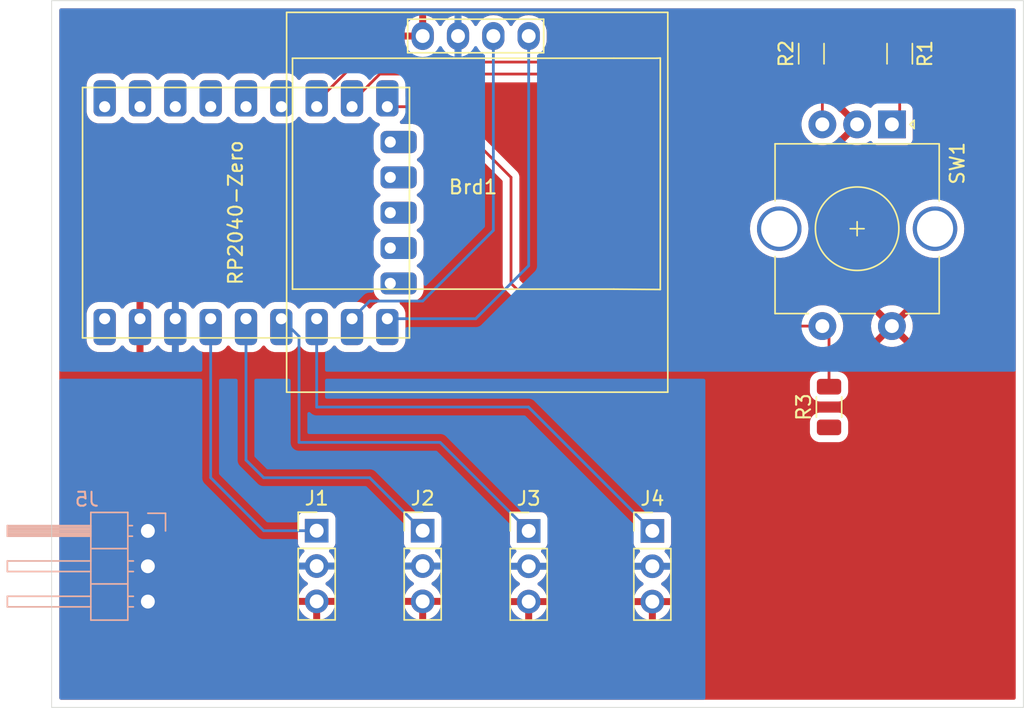
<source format=kicad_pcb>
(kicad_pcb (version 20221018) (generator pcbnew)
  (layers (0 "F.Cu" signal) (31 "B.Cu" signal) (34 "B.Paste" user) (35 "F.Paste" user) (36 "B.SilkS" user "B.Silkscreen") (37 "F.SilkS" user "F.Silkscreen") (38 "B.Mask" user) (39 "F.Mask" user) (44 "Edge.Cuts" user))
  (net 0 "")
  (net 1 "GNDD")
  (net 2 "VCC")
  (net 3 "SCL")
  (net 4 "SDA")
  (net 5 "Servo1")
  (net 6 "+5V")
  (net 7 "Servo2")
  (net 8 "Servo3")
  (net 9 "Servo4")
  (net 10 "S1")
  (net 11 "S2")
  (net 12 "Key")
  (footprint "Resistor_SMD:R_1206_3216Metric" (layer "F.Cu") (at 162.56 87.63 90)
    (fp_text reference "R3" (at 0 -1.82 90) (layer "F.SilkS"))
    (fp_text value "R")
    (fp_line (start -0.727064 -0.91) (end 0.727064 -0.91) (stroke (width 0.12)) (layer "F.SilkS"))
    (fp_line (start -0.727064 0.91) (end 0.727064 0.91) (stroke (width 0.12)) (layer "F.SilkS"))
    (pad "1" smd roundrect (at -1.4625 0 90) (size 1.125 1.75) (layers "F.Cu" "F.Paste" "F.Mask") (roundrect_rratio 0.222222) (net 2 "VCC"))
    (pad "2" smd roundrect (at 1.4625 0 90) (size 1.125 1.75) (layers "F.Cu" "F.Paste" "F.Mask") (roundrect_rratio 0.222222) (net 12 "Key"))
  )
  (footprint "Connector_PinHeader_2.54mm:PinHeader_1x03_P2.54mm_Vertical" (layer "F.Cu") (at 149.86 96.535)
    (fp_text reference "J4" (at 0 -2.33) (layer "F.SilkS"))
    (fp_text value "Conn_01x03_Pin")
    (fp_line (start -1.33 -1.33) (end 0 -1.33) (stroke (width 0.12)) (layer "F.SilkS"))
    (fp_line (start -1.33 0) (end -1.33 -1.33) (stroke (width 0.12)) (layer "F.SilkS"))
    (fp_line (start -1.33 1.27) (end -1.33 6.41) (stroke (width 0.12)) (layer "F.SilkS"))
    (fp_line (start -1.33 1.27) (end 1.33 1.27) (stroke (width 0.12)) (layer "F.SilkS"))
    (fp_line (start -1.33 6.41) (end 1.33 6.41) (stroke (width 0.12)) (layer "F.SilkS"))
    (fp_line (start 1.33 1.27) (end 1.33 6.41) (stroke (width 0.12)) (layer "F.SilkS"))
    (pad "1" thru_hole rect (at 0 0) (size 1.7 1.7) (drill 1) (layers "*.Cu" "*.Mask") (net 9 "Servo4"))
    (pad "2" thru_hole oval (at 0 2.54) (size 1.7 1.7) (drill 1) (layers "*.Cu" "*.Mask") (net 6 "+5V"))
    (pad "3" thru_hole oval (at 0 5.08) (size 1.7 1.7) (drill 1) (layers "*.Cu" "*.Mask") (net 1 "GNDD"))
  )
  (footprint "Connector_PinHeader_2.54mm:PinHeader_1x03_P2.54mm_Vertical" (layer "F.Cu") (at 125.73 96.52)
    (fp_text reference "J1" (at 0 -2.33) (layer "F.SilkS"))
    (fp_text value "Conn_01x03_Pin")
    (fp_line (start -1.33 -1.33) (end 0 -1.33) (stroke (width 0.12)) (layer "F.SilkS"))
    (fp_line (start -1.33 0) (end -1.33 -1.33) (stroke (width 0.12)) (layer "F.SilkS"))
    (fp_line (start -1.33 1.27) (end -1.33 6.41) (stroke (width 0.12)) (layer "F.SilkS"))
    (fp_line (start -1.33 1.27) (end 1.33 1.27) (stroke (width 0.12)) (layer "F.SilkS"))
    (fp_line (start -1.33 6.41) (end 1.33 6.41) (stroke (width 0.12)) (layer "F.SilkS"))
    (fp_line (start 1.33 1.27) (end 1.33 6.41) (stroke (width 0.12)) (layer "F.SilkS"))
    (pad "1" thru_hole rect (at 0 0) (size 1.7 1.7) (drill 1) (layers "*.Cu" "*.Mask") (net 5 "Servo1"))
    (pad "2" thru_hole oval (at 0 2.54) (size 1.7 1.7) (drill 1) (layers "*.Cu" "*.Mask") (net 6 "+5V"))
    (pad "3" thru_hole oval (at 0 5.08) (size 1.7 1.7) (drill 1) (layers "*.Cu" "*.Mask") (net 1 "GNDD"))
  )
  (footprint "SSD1306_Library:128x64OLED" (layer "F.Cu") (at 136.97 71.56)
    (fp_text reference "Brd1" (at 0 0.254) (layer "F.SilkS"))
    (fp_text value "SSD1306")
    (fp_line (start -13.4 -12.3) (end 14 -12.3) (stroke (width 0.12)) (layer "F.SilkS"))
    (fp_line (start -13.4 15) (end -13.4 -12.3) (stroke (width 0.12)) (layer "F.SilkS"))
    (fp_line (start -12.978 -9.005) (end 10.122 -9.005) (stroke (width 0.12)) (layer "F.SilkS"))
    (fp_line (start -12.978 7.595) (end -12.978 -9.005) (stroke (width 0.12)) (layer "F.SilkS"))
    (fp_line (start -4.699 -11.811) (end -4.699 -9.398) (stroke (width 0.12)) (layer "F.SilkS"))
    (fp_line (start -4.699 -11.811) (end 5.08 -11.811) (stroke (width 0.12)) (layer "F.SilkS"))
    (fp_line (start 5.08 -11.811) (end 5.08 -9.398) (stroke (width 0.12)) (layer "F.SilkS"))
    (fp_line (start 5.08 -9.398) (end -4.699 -9.398) (stroke (width 0.12)) (layer "F.SilkS"))
    (fp_line (start 10.122 -9.005) (end 13.208 -9.005) (stroke (width 0.12)) (layer "F.SilkS"))
    (fp_line (start 10.122 7.595) (end -12.978 7.595) (stroke (width 0.12)) (layer "F.SilkS"))
    (fp_line (start 10.122 7.595) (end 13.462 7.62) (stroke (width 0.12)) (layer "F.SilkS"))
    (fp_line (start 13.462 -9.017) (end 13.208 -9.005) (stroke (width 0.12)) (layer "F.SilkS"))
    (fp_line (start 13.462 7.62) (end 13.462 -9.017) (stroke (width 0.12)) (layer "F.SilkS"))
    (fp_line (start 14 -12.3) (end 14 15) (stroke (width 0.12)) (layer "F.SilkS"))
    (fp_line (start 14 15) (end -13.4 15) (stroke (width 0.12)) (layer "F.SilkS"))
    (pad "1" thru_hole oval (at -3.62 -10.6 90) (size 2 1.6) (drill 1) (layers "*.Cu" "*.Mask") (net 1 "GNDD"))
    (pad "2" thru_hole oval (at -1.08 -10.6 90) (size 2 1.6) (drill 1) (layers "*.Cu" "*.Mask") (net 2 "VCC"))
    (pad "3" thru_hole oval (at 1.46 -10.6 90) (size 2 1.6) (drill 1) (layers "*.Cu" "*.Mask") (net 3 "SCL"))
    (pad "4" thru_hole oval (at 4 -10.6 90) (size 2 1.6) (drill 1) (layers "*.Cu" "*.Mask") (net 4 "SDA"))
  )
  (footprint "Connector_PinHeader_2.54mm:PinHeader_1x03_P2.54mm_Vertical" (layer "F.Cu") (at 140.97 96.535)
    (fp_text reference "J3" (at 0 -2.33) (layer "F.SilkS"))
    (fp_text value "Conn_01x03_Pin")
    (fp_line (start -1.33 -1.33) (end 0 -1.33) (stroke (width 0.12)) (layer "F.SilkS"))
    (fp_line (start -1.33 0) (end -1.33 -1.33) (stroke (width 0.12)) (layer "F.SilkS"))
    (fp_line (start -1.33 1.27) (end -1.33 6.41) (stroke (width 0.12)) (layer "F.SilkS"))
    (fp_line (start -1.33 1.27) (end 1.33 1.27) (stroke (width 0.12)) (layer "F.SilkS"))
    (fp_line (start -1.33 6.41) (end 1.33 6.41) (stroke (width 0.12)) (layer "F.SilkS"))
    (fp_line (start 1.33 1.27) (end 1.33 6.41) (stroke (width 0.12)) (layer "F.SilkS"))
    (pad "1" thru_hole rect (at 0 0) (size 1.7 1.7) (drill 1) (layers "*.Cu" "*.Mask") (net 8 "Servo3"))
    (pad "2" thru_hole oval (at 0 2.54) (size 1.7 1.7) (drill 1) (layers "*.Cu" "*.Mask") (net 6 "+5V"))
    (pad "3" thru_hole oval (at 0 5.08) (size 1.7 1.7) (drill 1) (layers "*.Cu" "*.Mask") (net 1 "GNDD"))
  )
  (footprint "Resistor_SMD:R_1206_3216Metric" (layer "F.Cu") (at 161.29 62.23 90)
    (fp_text reference "R2" (at 0 -1.82 90) (layer "F.SilkS"))
    (fp_text value "R")
    (fp_line (start -0.727064 -0.91) (end 0.727064 -0.91) (stroke (width 0.12)) (layer "F.SilkS"))
    (fp_line (start -0.727064 0.91) (end 0.727064 0.91) (stroke (width 0.12)) (layer "F.SilkS"))
    (pad "1" smd roundrect (at -1.4625 0 90) (size 1.125 1.75) (layers "F.Cu" "F.Paste" "F.Mask") (roundrect_rratio 0.222222) (net 11 "S2"))
    (pad "2" smd roundrect (at 1.4625 0 90) (size 1.125 1.75) (layers "F.Cu" "F.Paste" "F.Mask") (roundrect_rratio 0.222222) (net 2 "VCC"))
  )
  (footprint "Connector_PinHeader_2.54mm:PinHeader_1x03_P2.54mm_Vertical" (layer "F.Cu") (at 133.35 96.52)
    (fp_text reference "J2" (at 0 -2.33) (layer "F.SilkS"))
    (fp_text value "Conn_01x03_Pin")
    (fp_line (start -1.33 -1.33) (end 0 -1.33) (stroke (width 0.12)) (layer "F.SilkS"))
    (fp_line (start -1.33 0) (end -1.33 -1.33) (stroke (width 0.12)) (layer "F.SilkS"))
    (fp_line (start -1.33 1.27) (end -1.33 6.41) (stroke (width 0.12)) (layer "F.SilkS"))
    (fp_line (start -1.33 1.27) (end 1.33 1.27) (stroke (width 0.12)) (layer "F.SilkS"))
    (fp_line (start -1.33 6.41) (end 1.33 6.41) (stroke (width 0.12)) (layer "F.SilkS"))
    (fp_line (start 1.33 1.27) (end 1.33 6.41) (stroke (width 0.12)) (layer "F.SilkS"))
    (pad "1" thru_hole rect (at 0 0) (size 1.7 1.7) (drill 1) (layers "*.Cu" "*.Mask") (net 7 "Servo2"))
    (pad "2" thru_hole oval (at 0 2.54) (size 1.7 1.7) (drill 1) (layers "*.Cu" "*.Mask") (net 6 "+5V"))
    (pad "3" thru_hole oval (at 0 5.08) (size 1.7 1.7) (drill 1) (layers "*.Cu" "*.Mask") (net 1 "GNDD"))
  )
  (footprint "RP2040Library:RP2040-Zero" (layer "F.Cu") (at 133.35 83.82 90)
    (fp_text reference "RZ2")
    (fp_text value "RP2040-Zero" (at 10.16 -13.45 90 unlocked) (layer "F.SilkS"))
    (fp_line (start 1.16 -24.45) (end 1.16 -0.95) (stroke (width 0.12)) (layer "F.SilkS"))
    (fp_line (start 1.16 -0.95) (end 19.16 -0.95) (stroke (width 0.12)) (layer "F.SilkS"))
    (fp_line (start 19.16 -24.45) (end 1.16 -24.45) (stroke (width 0.12)) (layer "F.SilkS"))
    (fp_line (start 19.16 -0.95) (end 19.16 -24.45) (stroke (width 0.12)) (layer "F.SilkS"))
    (pad "1" thru_hole roundrect (at 17.78 -22.86 90) (size 2.6 1.6) (drill 0.8 (offset 0.6 0)) (layers "*.Cu" "*.Mask"))
    (pad "2" thru_hole roundrect (at 17.78 -20.32 90) (size 2.6 1.6) (drill 0.8 (offset 0.6 0)) (layers "*.Cu" "*.Mask"))
    (pad "3" thru_hole roundrect (at 17.78 -17.78 90) (size 2.6 1.6) (drill 0.8 (offset 0.6 0)) (layers "*.Cu" "*.Mask"))
    (pad "4" thru_hole roundrect (at 17.78 -15.24 90) (size 2.6 1.6) (drill 0.8 (offset 0.6 0)) (layers "*.Cu" "*.Mask"))
    (pad "5" thru_hole roundrect (at 17.78 -12.7 90) (size 2.6 1.6) (drill 0.8 (offset 0.6 0)) (layers "*.Cu" "*.Mask"))
    (pad "6" thru_hole roundrect (at 17.78 -10.16 90) (size 2.6 1.6002) (drill 0.8 (offset 0.6 0)) (layers "*.Cu" "*.Mask"))
    (pad "7" thru_hole roundrect (at 17.78 -7.62 90) (size 2.6 1.6002) (drill 0.8 (offset 0.6 0)) (layers "*.Cu" "*.Mask") (net 10 "S1"))
    (pad "8" thru_hole roundrect (at 17.78 -5.08 90) (size 2.6 1.6002) (drill 0.8 (offset 0.6 0)) (layers "*.Cu" "*.Mask") (net 11 "S2"))
    (pad "9" thru_hole roundrect (at 17.78 -2.54 90) (size 2.6 1.6002) (drill 0.8 (offset 0.6 0)) (layers "*.Cu" "*.Mask") (net 12 "Key"))
    (pad "10" thru_hole roundrect (at 15.24 -2.33 90) (size 1.6 2.6) (drill 0.8 (offset 0 0.6)) (layers "*.Cu" "*.Mask"))
    (pad "11" thru_hole roundrect (at 12.7 -2.33 90) (size 1.5748 2.6) (drill 0.8 (offset 0 0.6)) (layers "*.Cu" "*.Mask"))
    (pad "12" thru_hole roundrect (at 10.16 -2.33 90) (size 1.5748 2.6) (drill 0.8 (offset 0 0.6)) (layers "*.Cu" "*.Mask"))
    (pad "13" thru_hole roundrect (at 7.62 -2.33 90) (size 1.5748 2.6) (drill 0.8 (offset 0 0.6)) (layers "*.Cu" "*.Mask"))
    (pad "14" thru_hole roundrect (at 5.08 -2.33 90) (size 1.5748 2.6) (drill 0.8 (offset 0 0.6)) (layers "*.Cu" "*.Mask"))
    (pad "15" thru_hole roundrect (at 2.54 -2.54 90) (size 2.6 1.6002) (drill 0.8 (offset -0.6 0)) (layers "*.Cu" "*.Mask") (net 4 "SDA"))
    (pad "16" thru_hole roundrect (at 2.54 -5.08 90) (size 2.6 1.6002) (drill 0.8 (offset -0.6 0)) (layers "*.Cu" "*.Mask") (net 3 "SCL"))
    (pad "17" thru_hole roundrect (at 2.54 -7.62 90) (size 2.6 1.6002) (drill 0.8 (offset -0.6 0)) (layers "*.Cu" "*.Mask") (net 9 "Servo4"))
    (pad "18" thru_hole roundrect (at 2.54 -10.16 90) (size 2.6 1.6002) (drill 0.8 (offset -0.6 0)) (layers "*.Cu" "*.Mask") (net 8 "Servo3"))
    (pad "19" thru_hole roundrect (at 2.54 -12.7 90) (size 2.6 1.6002) (drill 0.8 (offset -0.6 0)) (layers "*.Cu" "*.Mask") (net 7 "Servo2"))
    (pad "20" thru_hole roundrect (at 2.54 -15.24 90) (size 2.6 1.6002) (drill 0.8 (offset -0.6 0)) (layers "*.Cu" "*.Mask") (net 5 "Servo1"))
    (pad "21" thru_hole roundrect (at 2.54 -17.78 90) (size 2.6 1.6002) (drill 0.8 (offset -0.6 0)) (layers "*.Cu" "*.Mask") (net 2 "VCC"))
    (pad "22" thru_hole roundrect (at 2.54 -20.32 90) (size 2.6 1.6002) (drill 0.8 (offset -0.6 0)) (layers "*.Cu" "*.Mask") (net 1 "GNDD"))
    (pad "23" thru_hole roundrect (at 2.54 -22.86 90) (size 2.6 1.6002) (drill 0.8 (offset -0.6 0)) (layers "*.Cu" "*.Mask") (net 6 "+5V"))
  )
  (footprint "Rotary_Encoder:RotaryEncoder_Alps_EC11E-Switch_Vertical_H20mm_CircularMountingHoles" (layer "F.Cu") (at 167.08 67.31 -90)
    (fp_text reference "SW1" (at 2.8 -4.7 90) (layer "F.SilkS"))
    (fp_text value "RotaryEncoder_Switch")
    (fp_line (start -0.3 -1.6) (end 0.3 -1.6) (stroke (width 0.12)) (layer "F.SilkS"))
    (fp_line (start 0 -1.3) (end -0.3 -1.6) (stroke (width 0.12)) (layer "F.SilkS"))
    (fp_line (start 0.3 -1.6) (end 0 -1.3) (stroke (width 0.12)) (layer "F.SilkS"))
    (fp_line (start 1.4 -3.4) (end 1.4 8.4) (stroke (width 0.12)) (layer "F.SilkS"))
    (fp_line (start 5.5 -3.4) (end 1.4 -3.4) (stroke (width 0.12)) (layer "F.SilkS"))
    (fp_line (start 5.5 8.4) (end 1.4 8.4) (stroke (width 0.12)) (layer "F.SilkS"))
    (fp_line (start 7 2.5) (end 8 2.5) (stroke (width 0.12)) (layer "F.SilkS"))
    (fp_line (start 7.5 2) (end 7.5 3) (stroke (width 0.12)) (layer "F.SilkS"))
    (fp_line (start 9.5 -3.4) (end 13.6 -3.4) (stroke (width 0.12)) (layer "F.SilkS"))
    (fp_line (start 13.6 -3.4) (end 13.6 -1) (stroke (width 0.12)) (layer "F.SilkS"))
    (fp_line (start 13.6 1.2) (end 13.6 3.8) (stroke (width 0.12)) (layer "F.SilkS"))
    (fp_line (start 13.6 6) (end 13.6 8.4) (stroke (width 0.12)) (layer "F.SilkS"))
    (fp_line (start 13.6 8.4) (end 9.5 8.4) (stroke (width 0.12)) (layer "F.SilkS"))
    (fp_circle (center 7.5 2.5) (end 10.5 2.5) (stroke (width 0.12)) (fill none) (layer "F.SilkS"))
    (pad "A" thru_hole rect (at 0 0 270) (size 2 2) (drill 1) (layers "*.Cu" "*.Mask") (net 10 "S1"))
    (pad "B" thru_hole circle (at 0 5 270) (size 2 2) (drill 1) (layers "*.Cu" "*.Mask") (net 11 "S2"))
    (pad "C" thru_hole circle (at 0 2.5 270) (size 2 2) (drill 1) (layers "*.Cu" "*.Mask") (net 1 "GNDD"))
    (pad "MP" thru_hole circle (at 7.5 -3.1 270) (size 3.2 3.2) (drill 2.6) (layers "*.Cu" "*.Mask"))
    (pad "MP" thru_hole circle (at 7.5 8.1 270) (size 3.2 3.2) (drill 2.6) (layers "*.Cu" "*.Mask"))
    (pad "S1" thru_hole circle (at 14.5 5 270) (size 2 2) (drill 1) (layers "*.Cu" "*.Mask") (net 12 "Key"))
    (pad "S2" thru_hole circle (at 14.5 0 270) (size 2 2) (drill 1) (layers "*.Cu" "*.Mask") (net 1 "GNDD"))
  )
  (footprint "Resistor_SMD:R_1206_3216Metric" (layer "F.Cu") (at 167.64 62.23 -90)
    (fp_text reference "R1" (at 0 -1.82 90) (layer "F.SilkS"))
    (fp_text value "R")
    (fp_line (start -0.727064 -0.91) (end 0.727064 -0.91) (stroke (width 0.12)) (layer "F.SilkS"))
    (fp_line (start -0.727064 0.91) (end 0.727064 0.91) (stroke (width 0.12)) (layer "F.SilkS"))
    (pad "1" smd roundrect (at -1.4625 0 270) (size 1.125 1.75) (layers "F.Cu" "F.Paste" "F.Mask") (roundrect_rratio 0.222222) (net 2 "VCC"))
    (pad "2" smd roundrect (at 1.4625 0 270) (size 1.125 1.75) (layers "F.Cu" "F.Paste" "F.Mask") (roundrect_rratio 0.222222) (net 10 "S1"))
  )
  (footprint "Connector_PinHeader_2.54mm:PinHeader_1x03_P2.54mm_Horizontal" (layer "B.Cu") (at 113.595 96.535 180)
    (fp_text reference "J5" (at 4.385 2.27) (layer "B.SilkS") (effects (justify mirror)))
    (fp_text value "Conn_01x03_Pin")
    (fp_line (start -1.27 0) (end -1.27 1.27) (stroke (width 0.12)) (layer "B.SilkS"))
    (fp_line (start -1.27 1.27) (end 0 1.27) (stroke (width 0.12)) (layer "B.SilkS"))
    (fp_line (start 1.042929 -5.46) (end 1.44 -5.46) (stroke (width 0.12)) (layer "B.SilkS"))
    (fp_line (start 1.042929 -4.7) (end 1.44 -4.7) (stroke (width 0.12)) (layer "B.SilkS"))
    (fp_line (start 1.042929 -2.92) (end 1.44 -2.92) (stroke (width 0.12)) (layer "B.SilkS"))
    (fp_line (start 1.042929 -2.16) (end 1.44 -2.16) (stroke (width 0.12)) (layer "B.SilkS"))
    (fp_line (start 1.11 -0.38) (end 1.44 -0.38) (stroke (width 0.12)) (layer "B.SilkS"))
    (fp_line (start 1.11 0.38) (end 1.44 0.38) (stroke (width 0.12)) (layer "B.SilkS"))
    (fp_line (start 1.44 -6.41) (end 4.1 -6.41) (stroke (width 0.12)) (layer "B.SilkS"))
    (fp_line (start 1.44 -3.81) (end 4.1 -3.81) (stroke (width 0.12)) (layer "B.SilkS"))
    (fp_line (start 1.44 -1.27) (end 4.1 -1.27) (stroke (width 0.12)) (layer "B.SilkS"))
    (fp_line (start 1.44 1.33) (end 1.44 -6.41) (stroke (width 0.12)) (layer "B.SilkS"))
    (fp_line (start 4.1 -6.41) (end 4.1 1.33) (stroke (width 0.12)) (layer "B.SilkS"))
    (fp_line (start 4.1 -4.7) (end 10.1 -4.7) (stroke (width 0.12)) (layer "B.SilkS"))
    (fp_line (start 4.1 -2.16) (end 10.1 -2.16) (stroke (width 0.12)) (layer "B.SilkS"))
    (fp_line (start 4.1 -0.28) (end 10.1 -0.28) (stroke (width 0.12)) (layer "B.SilkS"))
    (fp_line (start 4.1 -0.16) (end 10.1 -0.16) (stroke (width 0.12)) (layer "B.SilkS"))
    (fp_line (start 4.1 -0.04) (end 10.1 -0.04) (stroke (width 0.12)) (layer "B.SilkS"))
    (fp_line (start 4.1 0.08) (end 10.1 0.08) (stroke (width 0.12)) (layer "B.SilkS"))
    (fp_line (start 4.1 0.2) (end 10.1 0.2) (stroke (width 0.12)) (layer "B.SilkS"))
    (fp_line (start 4.1 0.32) (end 10.1 0.32) (stroke (width 0.12)) (layer "B.SilkS"))
    (fp_line (start 4.1 0.38) (end 10.1 0.38) (stroke (width 0.12)) (layer "B.SilkS"))
    (fp_line (start 4.1 1.33) (end 1.44 1.33) (stroke (width 0.12)) (layer "B.SilkS"))
    (fp_line (start 10.1 -5.46) (end 4.1 -5.46) (stroke (width 0.12)) (layer "B.SilkS"))
    (fp_line (start 10.1 -4.7) (end 10.1 -5.46) (stroke (width 0.12)) (layer "B.SilkS"))
    (fp_line (start 10.1 -2.92) (end 4.1 -2.92) (stroke (width 0.12)) (layer "B.SilkS"))
    (fp_line (start 10.1 -2.16) (end 10.1 -2.92) (stroke (width 0.12)) (layer "B.SilkS"))
    (fp_line (start 10.1 -0.38) (end 4.1 -0.38) (stroke (width 0.12)) (layer "B.SilkS"))
    (fp_line (start 10.1 0.38) (end 10.1 -0.38) (stroke (width 0.12)) (layer "B.SilkS"))
    (pad "1" thru_hole rect (at 0 0 180) (size 1.7 1.7) (drill 1) (layers "*.Cu" "*.Mask"))
    (pad "2" thru_hole oval (at 0 -2.54 180) (size 1.7 1.7) (drill 1) (layers "*.Cu" "*.Mask") (net 6 "+5V"))
    (pad "3" thru_hole oval (at 0 -5.08 180) (size 1.7 1.7) (drill 1) (layers "*.Cu" "*.Mask") (net 1 "GNDD"))
  )
  (gr_line (start 106.68 58.42) (end 106.68 109.22) (stroke (width 0.05)) (layer "Edge.Cuts"))
  (gr_line (start 176.53 109.22) (end 176.53 58.42) (stroke (width 0.05)) (layer "Edge.Cuts"))
  (gr_line (start 176.53 58.42) (end 106.68 58.42) (stroke (width 0.05)) (layer "Edge.Cuts"))
  (gr_line (start 106.68 109.22) (end 176.53 109.22) (stroke (width 0.05)) (layer "Edge.Cuts"))
  (segment (start 140.955 101.6) (end 140.97 101.615) (width 0.2) (layer "F.Cu") (net 1))
  (segment (start 135.89 60.96) (end 135.89 62.23) (width 0.2) (layer "B.Cu") (net 2))
  (segment (start 128.27 81.28) (end 129.54 80.01) (width 0.2) (layer "B.Cu") (net 3))
  (segment (start 129.54 80.01) (end 133.35 80.01) (width 0.2) (layer "B.Cu") (net 3))
  (segment (start 133.35 80.01) (end 138.43 74.93) (width 0.2) (layer "B.Cu") (net 3))
  (segment (start 138.43 74.93) (end 138.43 60.96) (width 0.2) (layer "B.Cu") (net 3))
  (segment (start 130.81 81.28) (end 137.16 81.28) (width 0.2) (layer "B.Cu") (net 4))
  (segment (start 140.97 77.47) (end 140.97 60.96) (width 0.2) (layer "B.Cu") (net 4))
  (segment (start 137.16 81.28) (end 140.97 77.47) (width 0.2) (layer "B.Cu") (net 4))
  (segment (start 118.11 81.28) (end 118.11 92.71) (width 0.2) (layer "B.Cu") (net 5))
  (segment (start 118.11 92.71) (end 121.92 96.52) (width 0.2) (layer "B.Cu") (net 5))
  (segment (start 121.92 96.52) (end 125.73 96.52) (width 0.2) (layer "B.Cu") (net 5))
  (segment (start 132.08 99.06) (end 133.35 99.06) (width 0.2) (layer "B.Cu") (net 6))
  (segment (start 132.08 99.06) (end 132.095 99.075) (width 0.2) (layer "B.Cu") (net 6))
  (segment (start 121.92 92.71) (end 129.54 92.71) (width 0.2) (layer "B.Cu") (net 7))
  (segment (start 129.54 92.71) (end 133.35 96.52) (width 0.2) (layer "B.Cu") (net 7))
  (segment (start 120.65 91.44) (end 121.92 92.71) (width 0.2) (layer "B.Cu") (net 7))
  (segment (start 120.65 81.28) (end 120.65 91.44) (width 0.2) (layer "B.Cu") (net 7))
  (segment (start 124.46 82.55) (end 124.46 90.17) (width 0.2) (layer "B.Cu") (net 8))
  (segment (start 123.19 81.28) (end 124.46 82.55) (width 0.2) (layer "B.Cu") (net 8))
  (segment (start 124.46 90.17) (end 134.605 90.17) (width 0.2) (layer "B.Cu") (net 8))
  (segment (start 134.605 90.17) (end 140.97 96.535) (width 0.2) (layer "B.Cu") (net 8))
  (segment (start 140.955 87.63) (end 149.86 96.535) (width 0.2) (layer "B.Cu") (net 9))
  (segment (start 125.73 81.28) (end 125.73 87.63) (width 0.2) (layer "B.Cu") (net 9))
  (segment (start 125.73 87.63) (end 140.955 87.63) (width 0.2) (layer "B.Cu") (net 9))
  (segment (start 128.589978 62.83) (end 166.7775 62.83) (width 0.2) (layer "F.Cu") (net 10))
  (segment (start 125.73 66.04) (end 125.73 65.689978) (width 0.2) (layer "F.Cu") (net 10))
  (segment (start 166.7775 62.83) (end 167.64 63.6925) (width 0.2) (layer "F.Cu") (net 10))
  (segment (start 125.73 65.689978) (end 128.589978 62.83) (width 0.2) (layer "F.Cu") (net 10))
  (segment (start 167.64 63.6925) (end 167.64 66.75) (width 0.2) (layer "F.Cu") (net 10))
  (segment (start 167.64 66.75) (end 167.08 67.31) (width 0.2) (layer "F.Cu") (net 10))
  (segment (start 128.27 65.689978) (end 130.267478 63.6925) (width 0.2) (layer "F.Cu") (net 11))
  (segment (start 128.27 66.04) (end 128.27 65.689978) (width 0.2) (layer "F.Cu") (net 11))
  (segment (start 162.08 64.4825) (end 162.08 67.31) (width 0.2) (layer "F.Cu") (net 11))
  (segment (start 161.29 63.6925) (end 162.08 64.4825) (width 0.2) (layer "F.Cu") (net 11))
  (segment (start 130.267478 63.6925) (end 161.29 63.6925) (width 0.2) (layer "F.Cu") (net 11))
  (segment (start 134.62 66.04) (end 139.7 71.12) (width 0.2) (layer "F.Cu") (net 12))
  (segment (start 142.77 81.81) (end 162.08 81.81) (width 0.2) (layer "F.Cu") (net 12))
  (segment (start 130.81 66.04) (end 134.62 66.04) (width 0.2) (layer "F.Cu") (net 12))
  (segment (start 139.7 78.74) (end 142.77 81.81) (width 0.2) (layer "F.Cu") (net 12))
  (segment (start 162.56 86.1675) (end 162.56 82.29) (width 0.2) (layer "F.Cu") (net 12))
  (segment (start 139.7 71.12) (end 139.7 78.74) (width 0.2) (layer "F.Cu") (net 12))
  (segment (start 162.56 82.29) (end 162.08 81.81) (width 0.2) (layer "F.Cu") (net 12))
  (zone (net 1) (net_name "GNDD") (layer "F.Cu") (priority 1) (connect_pads (clearance 0.5)) (min_thickness 0.25) (fill yes (thermal_gap 0.5) (thermal_bridge_width 0.5))
    (polygon (pts (xy 106.68 58.42) (xy 106.68 109.22) (xy 176.53 109.22) (xy 176.53 58.42)))
  )
  (zone (net 6) (net_name "+5V") (layer "B.Cu") (connect_pads (clearance 0.5)) (min_thickness 0.25) (fill yes (thermal_gap 0.5) (thermal_bridge_width 0.5))
    (polygon (pts (xy 106.68 109.22) (xy 153.67 109.22) (xy 153.67 78.74) (xy 106.68 78.74)))
  )
  (zone (net 2) (net_name "VCC") (layer "B.Cu") (priority 2) (connect_pads (clearance 0.5)) (min_thickness 0.25) (fill yes (thermal_gap 0.5) (thermal_bridge_width 0.5))
    (polygon (pts (xy 106.68 58.42) (xy 106.68 85.09) (xy 176.53 85.09) (xy 176.53 58.42)))
  )
)
</source>
